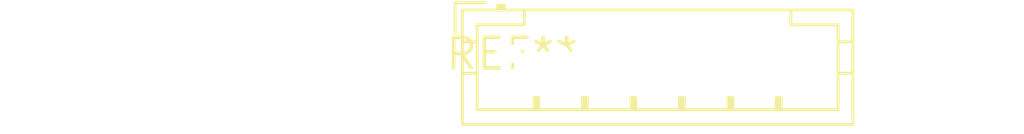
<source format=kicad_pcb>
(kicad_pcb (version 20240108) (generator pcbnew)
  (layers (0 "F.Cu" signal) (31 "B.Cu" signal) (34 "B.Paste" user) (35 "F.Paste" user) (36 "B.SilkS" user "B.Silkscreen") (37 "F.SilkS" user "F.Silkscreen") (38 "B.Mask" user) (39 "F.Mask" user) (44 "Edge.Cuts" user))
  (net 0 "")
  (footprint "JST_PH_B7B-PH-K_1x07_P2.00mm_Vertical" (layer "F.Cu") (at 0 0)
    (property "Reference" "REF**")
    (property "Value" "JST_PH_B7B-PH-K_1x07_P2.00mm_Vertical")
    (fp_line (start -2.36 -2.11) (end -2.36 -0.86) (layer "F.SilkS") (stroke (width 0.12)))
    (fp_line (start -2.06 -1.81) (end -2.06 2.91) (layer "F.SilkS") (stroke (width 0.12)))
    (fp_line (start -2.06 -0.5) (end -1.45 -0.5) (layer "F.SilkS") (stroke (width 0.12)))
    (fp_line (start -2.06 0.8) (end -1.45 0.8) (layer "F.SilkS") (stroke (width 0.12)))
    (fp_line (start -2.06 2.91) (end 14.06 2.91) (layer "F.SilkS") (stroke (width 0.12)))
    (fp_line (start -1.45 -1.2) (end -1.45 2.3) (layer "F.SilkS") (stroke (width 0.12)))
    (fp_line (start -1.45 2.3) (end 13.45 2.3) (layer "F.SilkS") (stroke (width 0.12)))
    (fp_line (start -1.11 -2.11) (end -2.36 -2.11) (layer "F.SilkS") (stroke (width 0.12)))
    (fp_line (start -0.6 -2.01) (end -0.6 -1.81) (layer "F.SilkS") (stroke (width 0.12)))
    (fp_line (start -0.3 -2.01) (end -0.6 -2.01) (layer "F.SilkS") (stroke (width 0.12)))
    (fp_line (start -0.3 -1.91) (end -0.6 -1.91) (layer "F.SilkS") (stroke (width 0.12)))
    (fp_line (start -0.3 -1.81) (end -0.3 -2.01) (layer "F.SilkS") (stroke (width 0.12)))
    (fp_line (start 0.5 -1.81) (end 0.5 -1.2) (layer "F.SilkS") (stroke (width 0.12)))
    (fp_line (start 0.5 -1.2) (end -1.45 -1.2) (layer "F.SilkS") (stroke (width 0.12)))
    (fp_line (start 0.9 1.8) (end 1.1 1.8) (layer "F.SilkS") (stroke (width 0.12)))
    (fp_line (start 0.9 2.3) (end 0.9 1.8) (layer "F.SilkS") (stroke (width 0.12)))
    (fp_line (start 1 2.3) (end 1 1.8) (layer "F.SilkS") (stroke (width 0.12)))
    (fp_line (start 1.1 1.8) (end 1.1 2.3) (layer "F.SilkS") (stroke (width 0.12)))
    (fp_line (start 2.9 1.8) (end 3.1 1.8) (layer "F.SilkS") (stroke (width 0.12)))
    (fp_line (start 2.9 2.3) (end 2.9 1.8) (layer "F.SilkS") (stroke (width 0.12)))
    (fp_line (start 3 2.3) (end 3 1.8) (layer "F.SilkS") (stroke (width 0.12)))
    (fp_line (start 3.1 1.8) (end 3.1 2.3) (layer "F.SilkS") (stroke (width 0.12)))
    (fp_line (start 4.9 1.8) (end 5.1 1.8) (layer "F.SilkS") (stroke (width 0.12)))
    (fp_line (start 4.9 2.3) (end 4.9 1.8) (layer "F.SilkS") (stroke (width 0.12)))
    (fp_line (start 5 2.3) (end 5 1.8) (layer "F.SilkS") (stroke (width 0.12)))
    (fp_line (start 5.1 1.8) (end 5.1 2.3) (layer "F.SilkS") (stroke (width 0.12)))
    (fp_line (start 6.9 1.8) (end 7.1 1.8) (layer "F.SilkS") (stroke (width 0.12)))
    (fp_line (start 6.9 2.3) (end 6.9 1.8) (layer "F.SilkS") (stroke (width 0.12)))
    (fp_line (start 7 2.3) (end 7 1.8) (layer "F.SilkS") (stroke (width 0.12)))
    (fp_line (start 7.1 1.8) (end 7.1 2.3) (layer "F.SilkS") (stroke (width 0.12)))
    (fp_line (start 8.9 1.8) (end 9.1 1.8) (layer "F.SilkS") (stroke (width 0.12)))
    (fp_line (start 8.9 2.3) (end 8.9 1.8) (layer "F.SilkS") (stroke (width 0.12)))
    (fp_line (start 9 2.3) (end 9 1.8) (layer "F.SilkS") (stroke (width 0.12)))
    (fp_line (start 9.1 1.8) (end 9.1 2.3) (layer "F.SilkS") (stroke (width 0.12)))
    (fp_line (start 10.9 1.8) (end 11.1 1.8) (layer "F.SilkS") (stroke (width 0.12)))
    (fp_line (start 10.9 2.3) (end 10.9 1.8) (layer "F.SilkS") (stroke (width 0.12)))
    (fp_line (start 11 2.3) (end 11 1.8) (layer "F.SilkS") (stroke (width 0.12)))
    (fp_line (start 11.1 1.8) (end 11.1 2.3) (layer "F.SilkS") (stroke (width 0.12)))
    (fp_line (start 11.5 -1.2) (end 11.5 -1.81) (layer "F.SilkS") (stroke (width 0.12)))
    (fp_line (start 13.45 -1.2) (end 11.5 -1.2) (layer "F.SilkS") (stroke (width 0.12)))
    (fp_line (start 13.45 2.3) (end 13.45 -1.2) (layer "F.SilkS") (stroke (width 0.12)))
    (fp_line (start 14.06 -1.81) (end -2.06 -1.81) (layer "F.SilkS") (stroke (width 0.12)))
    (fp_line (start 14.06 -0.5) (end 13.45 -0.5) (layer "F.SilkS") (stroke (width 0.12)))
    (fp_line (start 14.06 0.8) (end 13.45 0.8) (layer "F.SilkS") (stroke (width 0.12)))
    (fp_line (start 14.06 2.91) (end 14.06 -1.81) (layer "F.SilkS") (stroke (width 0.12)))
    (pad "1" thru_hole roundrect (at 0 0) (size 1.2 1.75) (drill 0.75) (layers *.Cu *.Mask) (remove_unused_layers) (roundrect_rratio 0.208333))
    (pad "2" thru_hole oval (at 2 0) (size 1.2 1.75) (drill 0.75) (layers *.Cu *.Mask) (remove_unused_layers))
    (pad "3" thru_hole oval (at 4 0) (size 1.2 1.75) (drill 0.75) (layers *.Cu *.Mask) (remove_unused_layers))
    (pad "4" thru_hole oval (at 6 0) (size 1.2 1.75) (drill 0.75) (layers *.Cu *.Mask) (remove_unused_layers))
    (pad "5" thru_hole oval (at 8 0) (size 1.2 1.75) (drill 0.75) (layers *.Cu *.Mask) (remove_unused_layers))
    (pad "6" thru_hole oval (at 10 0) (size 1.2 1.75) (drill 0.75) (layers *.Cu *.Mask) (remove_unused_layers))
    (pad "7" thru_hole oval (at 12 0) (size 1.2 1.75) (drill 0.75) (layers *.Cu *.Mask) (remove_unused_layers))
  )
)
</source>
